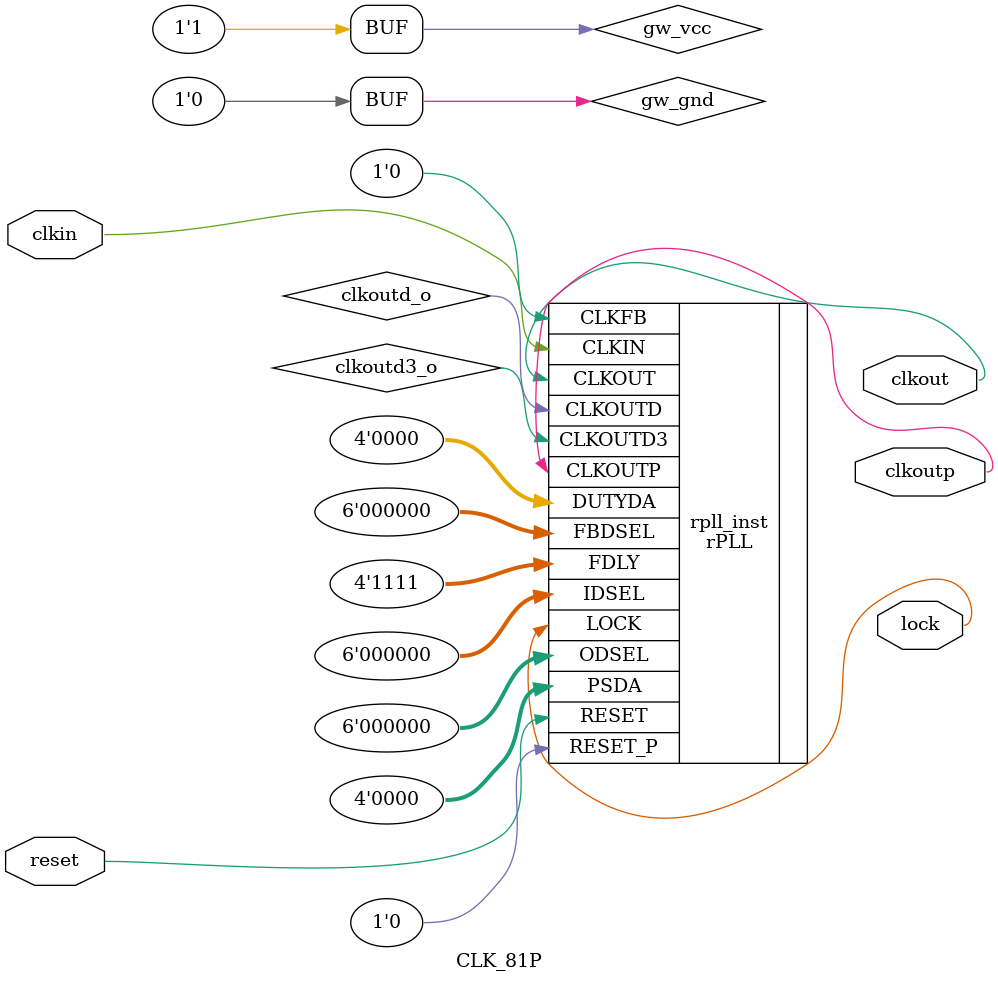
<source format=v>

module CLK_81P (clkout, lock, clkoutp, reset, clkin);

output clkout;
output lock;
output clkoutp;
input reset;
input clkin;

wire clkoutd_o;
wire clkoutd3_o;
wire gw_vcc;
wire gw_gnd;

assign gw_vcc = 1'b1;
assign gw_gnd = 1'b0;

rPLL rpll_inst (
    .CLKOUT(clkout),
    .LOCK(lock),
    .CLKOUTP(clkoutp),
    .CLKOUTD(clkoutd_o),
    .CLKOUTD3(clkoutd3_o),
    .RESET(reset),
    .RESET_P(gw_gnd),
    .CLKIN(clkin),
    .CLKFB(gw_gnd),
    .FBDSEL({gw_gnd,gw_gnd,gw_gnd,gw_gnd,gw_gnd,gw_gnd}),
    .IDSEL({gw_gnd,gw_gnd,gw_gnd,gw_gnd,gw_gnd,gw_gnd}),
    .ODSEL({gw_gnd,gw_gnd,gw_gnd,gw_gnd,gw_gnd,gw_gnd}),
    .PSDA({gw_gnd,gw_gnd,gw_gnd,gw_gnd}),
    .DUTYDA({gw_gnd,gw_gnd,gw_gnd,gw_gnd}),
    .FDLY({gw_vcc,gw_vcc,gw_vcc,gw_vcc})
);

defparam rpll_inst.FCLKIN = "27";
defparam rpll_inst.DYN_IDIV_SEL = "false";
defparam rpll_inst.IDIV_SEL = 0;
defparam rpll_inst.DYN_FBDIV_SEL = "false";
defparam rpll_inst.FBDIV_SEL = 2;
defparam rpll_inst.DYN_ODIV_SEL = "false";
defparam rpll_inst.ODIV_SEL = 8;
defparam rpll_inst.PSDA_SEL = "1000";
defparam rpll_inst.DYN_DA_EN = "false";
defparam rpll_inst.DUTYDA_SEL = "1000";
defparam rpll_inst.CLKOUT_FT_DIR = 1'b1;
defparam rpll_inst.CLKOUTP_FT_DIR = 1'b1;
defparam rpll_inst.CLKOUT_DLY_STEP = 0;
defparam rpll_inst.CLKOUTP_DLY_STEP = 0;
defparam rpll_inst.CLKFB_SEL = "internal";
defparam rpll_inst.CLKOUT_BYPASS = "false";
defparam rpll_inst.CLKOUTP_BYPASS = "false";
defparam rpll_inst.CLKOUTD_BYPASS = "false";
defparam rpll_inst.DYN_SDIV_SEL = 2;
defparam rpll_inst.CLKOUTD_SRC = "CLKOUT";
defparam rpll_inst.CLKOUTD3_SRC = "CLKOUT";
defparam rpll_inst.DEVICE = "GW2AR-18C";

endmodule //CLK_81P

</source>
